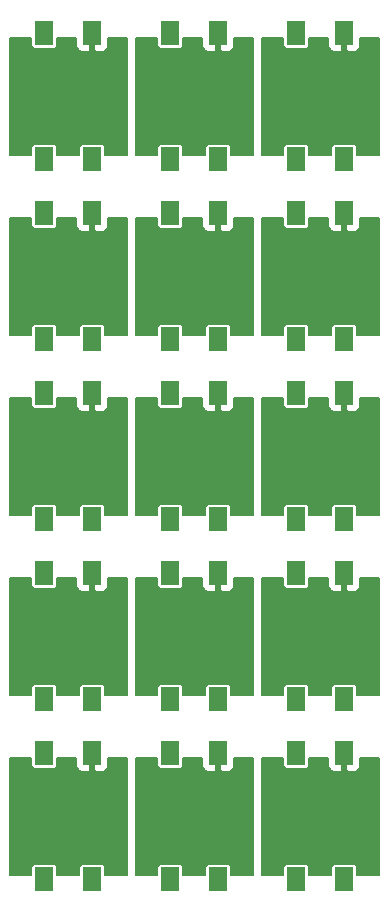
<source format=gbr>
G04 #@! TF.FileFunction,Copper,L2,Bot,Signal*
%FSLAX46Y46*%
G04 Gerber Fmt 4.6, Leading zero omitted, Abs format (unit mm)*
G04 Created by KiCad (PCBNEW no-vcs-found-product) date Qui 14 Abr 2016 10:23:32 BRT*
%MOMM*%
G01*
G04 APERTURE LIST*
%ADD10C,0.100000*%
%ADD11R,1.524000X2.000000*%
%ADD12C,0.762000*%
%ADD13C,0.254000*%
%ADD14C,0.152400*%
G04 APERTURE END LIST*
D10*
D11*
X74676000Y-110236000D03*
X78740000Y-110236000D03*
X74676000Y-99568000D03*
X78740000Y-99568000D03*
X68072000Y-99568000D03*
X68072000Y-110236000D03*
X57404000Y-110236000D03*
X64008000Y-110236000D03*
X53340000Y-110236000D03*
X57404000Y-99568000D03*
X64008000Y-99568000D03*
X53340000Y-99568000D03*
X57404000Y-94996000D03*
X57404000Y-79756000D03*
X57404000Y-64516000D03*
X53340000Y-94996000D03*
X53340000Y-79756000D03*
X53340000Y-64516000D03*
X57404000Y-84328000D03*
X57404000Y-69088000D03*
X57404000Y-53848000D03*
X53340000Y-84328000D03*
X53340000Y-69088000D03*
X53340000Y-53848000D03*
X78740000Y-94996000D03*
X78740000Y-79756000D03*
X78740000Y-64516000D03*
X74676000Y-94996000D03*
X74676000Y-79756000D03*
X74676000Y-64516000D03*
X78740000Y-84328000D03*
X78740000Y-69088000D03*
X78740000Y-53848000D03*
X74676000Y-84328000D03*
X74676000Y-69088000D03*
X74676000Y-53848000D03*
X68072000Y-94996000D03*
X68072000Y-79756000D03*
X68072000Y-64516000D03*
X64008000Y-94996000D03*
X64008000Y-79756000D03*
X64008000Y-64516000D03*
X64008000Y-84328000D03*
X64008000Y-69088000D03*
X64008000Y-53848000D03*
X68072000Y-84328000D03*
X68072000Y-69088000D03*
X68072000Y-53848000D03*
X78740000Y-38608000D03*
X68072000Y-38608000D03*
X74676000Y-49276000D03*
X64008000Y-49276000D03*
X74676000Y-38608000D03*
X64008000Y-38608000D03*
X78740000Y-49276000D03*
X68072000Y-49276000D03*
X57404000Y-49276000D03*
X53340000Y-38608000D03*
X53340000Y-49276000D03*
X57404000Y-38608000D03*
D12*
X55372000Y-108204000D03*
X66040000Y-108204000D03*
X62230000Y-108204000D03*
X51562000Y-108204000D03*
X72898000Y-108204000D03*
X76708000Y-108204000D03*
X76708000Y-92964000D03*
X76708000Y-77724000D03*
X76708000Y-62484000D03*
X51562000Y-92964000D03*
X51562000Y-77724000D03*
X51562000Y-62484000D03*
X55372000Y-92964000D03*
X55372000Y-77724000D03*
X55372000Y-62484000D03*
X72898000Y-92964000D03*
X72898000Y-77724000D03*
X72898000Y-62484000D03*
X66040000Y-92964000D03*
X66040000Y-77724000D03*
X66040000Y-62484000D03*
X62230000Y-92964000D03*
X62230000Y-77724000D03*
X62230000Y-62484000D03*
X76708000Y-47244000D03*
X66040000Y-47244000D03*
X72898000Y-47244000D03*
X62230000Y-47244000D03*
X51562000Y-47244000D03*
X55372000Y-47244000D03*
D13*
X57404000Y-99568000D02*
X57404000Y-106172000D01*
X55372000Y-108204000D02*
X51562000Y-108204000D01*
X57404000Y-106172000D02*
X55372000Y-108204000D01*
X78740000Y-99568000D02*
X78740000Y-106172000D01*
X68072000Y-99568000D02*
X68072000Y-106172000D01*
X68072000Y-106172000D02*
X66040000Y-108204000D01*
X66040000Y-108204000D02*
X62230000Y-108204000D01*
X76708000Y-108204000D02*
X72898000Y-108204000D01*
X78740000Y-106172000D02*
X76708000Y-108204000D01*
X66040000Y-92964000D02*
X62230000Y-92964000D01*
X66040000Y-77724000D02*
X62230000Y-77724000D01*
X66040000Y-62484000D02*
X62230000Y-62484000D01*
X57404000Y-90932000D02*
X55372000Y-92964000D01*
X57404000Y-75692000D02*
X55372000Y-77724000D01*
X57404000Y-60452000D02*
X55372000Y-62484000D01*
X55372000Y-92964000D02*
X51562000Y-92964000D01*
X55372000Y-77724000D02*
X51562000Y-77724000D01*
X55372000Y-62484000D02*
X51562000Y-62484000D01*
X57404000Y-84328000D02*
X57404000Y-90932000D01*
X57404000Y-69088000D02*
X57404000Y-75692000D01*
X57404000Y-53848000D02*
X57404000Y-60452000D01*
X68072000Y-84328000D02*
X68072000Y-90932000D01*
X68072000Y-69088000D02*
X68072000Y-75692000D01*
X68072000Y-53848000D02*
X68072000Y-60452000D01*
X68072000Y-90932000D02*
X66040000Y-92964000D01*
X68072000Y-75692000D02*
X66040000Y-77724000D01*
X68072000Y-60452000D02*
X66040000Y-62484000D01*
X78740000Y-84328000D02*
X78740000Y-90932000D01*
X78740000Y-69088000D02*
X78740000Y-75692000D01*
X78740000Y-53848000D02*
X78740000Y-60452000D01*
X76708000Y-92964000D02*
X72898000Y-92964000D01*
X76708000Y-77724000D02*
X72898000Y-77724000D01*
X76708000Y-62484000D02*
X72898000Y-62484000D01*
X78740000Y-90932000D02*
X76708000Y-92964000D01*
X78740000Y-75692000D02*
X76708000Y-77724000D01*
X78740000Y-60452000D02*
X76708000Y-62484000D01*
X78740000Y-45212000D02*
X76708000Y-47244000D01*
X68072000Y-45212000D02*
X66040000Y-47244000D01*
X76708000Y-47244000D02*
X72898000Y-47244000D01*
X66040000Y-47244000D02*
X62230000Y-47244000D01*
X78740000Y-38608000D02*
X78740000Y-45212000D01*
X68072000Y-38608000D02*
X68072000Y-45212000D01*
X55372000Y-47244000D02*
X51562000Y-47244000D01*
X57404000Y-38608000D02*
X57404000Y-45212000D01*
X57404000Y-45212000D02*
X55372000Y-47244000D01*
D14*
G36*
X52241331Y-39608000D02*
X52264356Y-39730365D01*
X52336673Y-39842749D01*
X52447017Y-39918144D01*
X52578000Y-39944669D01*
X54102000Y-39944669D01*
X54224365Y-39921644D01*
X54336749Y-39849327D01*
X54412144Y-39738983D01*
X54438669Y-39608000D01*
X54438669Y-39013200D01*
X56057800Y-39013200D01*
X56057800Y-39724204D01*
X56146739Y-39938922D01*
X56311077Y-40103261D01*
X56525795Y-40192200D01*
X57080150Y-40192200D01*
X57226200Y-40046150D01*
X57226200Y-39013200D01*
X57581800Y-39013200D01*
X57581800Y-40046150D01*
X57727850Y-40192200D01*
X58282205Y-40192200D01*
X58496923Y-40103261D01*
X58661261Y-39938922D01*
X58750200Y-39724204D01*
X58750200Y-39013200D01*
X60300800Y-39013200D01*
X60300800Y-48870800D01*
X58502669Y-48870800D01*
X58502669Y-48276000D01*
X58479644Y-48153635D01*
X58407327Y-48041251D01*
X58296983Y-47965856D01*
X58166000Y-47939331D01*
X56642000Y-47939331D01*
X56519635Y-47962356D01*
X56407251Y-48034673D01*
X56331856Y-48145017D01*
X56305331Y-48276000D01*
X56305331Y-48870800D01*
X54438669Y-48870800D01*
X54438669Y-48276000D01*
X54415644Y-48153635D01*
X54343327Y-48041251D01*
X54232983Y-47965856D01*
X54102000Y-47939331D01*
X52578000Y-47939331D01*
X52455635Y-47962356D01*
X52343251Y-48034673D01*
X52267856Y-48145017D01*
X52241331Y-48276000D01*
X52241331Y-48870800D01*
X50443200Y-48870800D01*
X50443200Y-39013200D01*
X52241331Y-39013200D01*
X52241331Y-39608000D01*
X52241331Y-39608000D01*
G37*
X52241331Y-39608000D02*
X52264356Y-39730365D01*
X52336673Y-39842749D01*
X52447017Y-39918144D01*
X52578000Y-39944669D01*
X54102000Y-39944669D01*
X54224365Y-39921644D01*
X54336749Y-39849327D01*
X54412144Y-39738983D01*
X54438669Y-39608000D01*
X54438669Y-39013200D01*
X56057800Y-39013200D01*
X56057800Y-39724204D01*
X56146739Y-39938922D01*
X56311077Y-40103261D01*
X56525795Y-40192200D01*
X57080150Y-40192200D01*
X57226200Y-40046150D01*
X57226200Y-39013200D01*
X57581800Y-39013200D01*
X57581800Y-40046150D01*
X57727850Y-40192200D01*
X58282205Y-40192200D01*
X58496923Y-40103261D01*
X58661261Y-39938922D01*
X58750200Y-39724204D01*
X58750200Y-39013200D01*
X60300800Y-39013200D01*
X60300800Y-48870800D01*
X58502669Y-48870800D01*
X58502669Y-48276000D01*
X58479644Y-48153635D01*
X58407327Y-48041251D01*
X58296983Y-47965856D01*
X58166000Y-47939331D01*
X56642000Y-47939331D01*
X56519635Y-47962356D01*
X56407251Y-48034673D01*
X56331856Y-48145017D01*
X56305331Y-48276000D01*
X56305331Y-48870800D01*
X54438669Y-48870800D01*
X54438669Y-48276000D01*
X54415644Y-48153635D01*
X54343327Y-48041251D01*
X54232983Y-47965856D01*
X54102000Y-47939331D01*
X52578000Y-47939331D01*
X52455635Y-47962356D01*
X52343251Y-48034673D01*
X52267856Y-48145017D01*
X52241331Y-48276000D01*
X52241331Y-48870800D01*
X50443200Y-48870800D01*
X50443200Y-39013200D01*
X52241331Y-39013200D01*
X52241331Y-39608000D01*
G36*
X62909331Y-39608000D02*
X62932356Y-39730365D01*
X63004673Y-39842749D01*
X63115017Y-39918144D01*
X63246000Y-39944669D01*
X64770000Y-39944669D01*
X64892365Y-39921644D01*
X65004749Y-39849327D01*
X65080144Y-39738983D01*
X65106669Y-39608000D01*
X65106669Y-39013200D01*
X66725800Y-39013200D01*
X66725800Y-39724204D01*
X66814739Y-39938922D01*
X66979077Y-40103261D01*
X67193795Y-40192200D01*
X67748150Y-40192200D01*
X67894200Y-40046150D01*
X67894200Y-39013200D01*
X68249800Y-39013200D01*
X68249800Y-40046150D01*
X68395850Y-40192200D01*
X68950205Y-40192200D01*
X69164923Y-40103261D01*
X69329261Y-39938922D01*
X69418200Y-39724204D01*
X69418200Y-39013200D01*
X70968800Y-39013200D01*
X70968800Y-48870800D01*
X69170669Y-48870800D01*
X69170669Y-48276000D01*
X69147644Y-48153635D01*
X69075327Y-48041251D01*
X68964983Y-47965856D01*
X68834000Y-47939331D01*
X67310000Y-47939331D01*
X67187635Y-47962356D01*
X67075251Y-48034673D01*
X66999856Y-48145017D01*
X66973331Y-48276000D01*
X66973331Y-48870800D01*
X65106669Y-48870800D01*
X65106669Y-48276000D01*
X65083644Y-48153635D01*
X65011327Y-48041251D01*
X64900983Y-47965856D01*
X64770000Y-47939331D01*
X63246000Y-47939331D01*
X63123635Y-47962356D01*
X63011251Y-48034673D01*
X62935856Y-48145017D01*
X62909331Y-48276000D01*
X62909331Y-48870800D01*
X61111200Y-48870800D01*
X61111200Y-39013200D01*
X62909331Y-39013200D01*
X62909331Y-39608000D01*
X62909331Y-39608000D01*
G37*
X62909331Y-39608000D02*
X62932356Y-39730365D01*
X63004673Y-39842749D01*
X63115017Y-39918144D01*
X63246000Y-39944669D01*
X64770000Y-39944669D01*
X64892365Y-39921644D01*
X65004749Y-39849327D01*
X65080144Y-39738983D01*
X65106669Y-39608000D01*
X65106669Y-39013200D01*
X66725800Y-39013200D01*
X66725800Y-39724204D01*
X66814739Y-39938922D01*
X66979077Y-40103261D01*
X67193795Y-40192200D01*
X67748150Y-40192200D01*
X67894200Y-40046150D01*
X67894200Y-39013200D01*
X68249800Y-39013200D01*
X68249800Y-40046150D01*
X68395850Y-40192200D01*
X68950205Y-40192200D01*
X69164923Y-40103261D01*
X69329261Y-39938922D01*
X69418200Y-39724204D01*
X69418200Y-39013200D01*
X70968800Y-39013200D01*
X70968800Y-48870800D01*
X69170669Y-48870800D01*
X69170669Y-48276000D01*
X69147644Y-48153635D01*
X69075327Y-48041251D01*
X68964983Y-47965856D01*
X68834000Y-47939331D01*
X67310000Y-47939331D01*
X67187635Y-47962356D01*
X67075251Y-48034673D01*
X66999856Y-48145017D01*
X66973331Y-48276000D01*
X66973331Y-48870800D01*
X65106669Y-48870800D01*
X65106669Y-48276000D01*
X65083644Y-48153635D01*
X65011327Y-48041251D01*
X64900983Y-47965856D01*
X64770000Y-47939331D01*
X63246000Y-47939331D01*
X63123635Y-47962356D01*
X63011251Y-48034673D01*
X62935856Y-48145017D01*
X62909331Y-48276000D01*
X62909331Y-48870800D01*
X61111200Y-48870800D01*
X61111200Y-39013200D01*
X62909331Y-39013200D01*
X62909331Y-39608000D01*
G36*
X73577331Y-39608000D02*
X73600356Y-39730365D01*
X73672673Y-39842749D01*
X73783017Y-39918144D01*
X73914000Y-39944669D01*
X75438000Y-39944669D01*
X75560365Y-39921644D01*
X75672749Y-39849327D01*
X75748144Y-39738983D01*
X75774669Y-39608000D01*
X75774669Y-39013200D01*
X77393800Y-39013200D01*
X77393800Y-39724204D01*
X77482739Y-39938922D01*
X77647077Y-40103261D01*
X77861795Y-40192200D01*
X78416150Y-40192200D01*
X78562200Y-40046150D01*
X78562200Y-39013200D01*
X78917800Y-39013200D01*
X78917800Y-40046150D01*
X79063850Y-40192200D01*
X79618205Y-40192200D01*
X79832923Y-40103261D01*
X79997261Y-39938922D01*
X80086200Y-39724204D01*
X80086200Y-39013200D01*
X81636800Y-39013200D01*
X81636800Y-48870800D01*
X79838669Y-48870800D01*
X79838669Y-48276000D01*
X79815644Y-48153635D01*
X79743327Y-48041251D01*
X79632983Y-47965856D01*
X79502000Y-47939331D01*
X77978000Y-47939331D01*
X77855635Y-47962356D01*
X77743251Y-48034673D01*
X77667856Y-48145017D01*
X77641331Y-48276000D01*
X77641331Y-48870800D01*
X75774669Y-48870800D01*
X75774669Y-48276000D01*
X75751644Y-48153635D01*
X75679327Y-48041251D01*
X75568983Y-47965856D01*
X75438000Y-47939331D01*
X73914000Y-47939331D01*
X73791635Y-47962356D01*
X73679251Y-48034673D01*
X73603856Y-48145017D01*
X73577331Y-48276000D01*
X73577331Y-48870800D01*
X71779200Y-48870800D01*
X71779200Y-39013200D01*
X73577331Y-39013200D01*
X73577331Y-39608000D01*
X73577331Y-39608000D01*
G37*
X73577331Y-39608000D02*
X73600356Y-39730365D01*
X73672673Y-39842749D01*
X73783017Y-39918144D01*
X73914000Y-39944669D01*
X75438000Y-39944669D01*
X75560365Y-39921644D01*
X75672749Y-39849327D01*
X75748144Y-39738983D01*
X75774669Y-39608000D01*
X75774669Y-39013200D01*
X77393800Y-39013200D01*
X77393800Y-39724204D01*
X77482739Y-39938922D01*
X77647077Y-40103261D01*
X77861795Y-40192200D01*
X78416150Y-40192200D01*
X78562200Y-40046150D01*
X78562200Y-39013200D01*
X78917800Y-39013200D01*
X78917800Y-40046150D01*
X79063850Y-40192200D01*
X79618205Y-40192200D01*
X79832923Y-40103261D01*
X79997261Y-39938922D01*
X80086200Y-39724204D01*
X80086200Y-39013200D01*
X81636800Y-39013200D01*
X81636800Y-48870800D01*
X79838669Y-48870800D01*
X79838669Y-48276000D01*
X79815644Y-48153635D01*
X79743327Y-48041251D01*
X79632983Y-47965856D01*
X79502000Y-47939331D01*
X77978000Y-47939331D01*
X77855635Y-47962356D01*
X77743251Y-48034673D01*
X77667856Y-48145017D01*
X77641331Y-48276000D01*
X77641331Y-48870800D01*
X75774669Y-48870800D01*
X75774669Y-48276000D01*
X75751644Y-48153635D01*
X75679327Y-48041251D01*
X75568983Y-47965856D01*
X75438000Y-47939331D01*
X73914000Y-47939331D01*
X73791635Y-47962356D01*
X73679251Y-48034673D01*
X73603856Y-48145017D01*
X73577331Y-48276000D01*
X73577331Y-48870800D01*
X71779200Y-48870800D01*
X71779200Y-39013200D01*
X73577331Y-39013200D01*
X73577331Y-39608000D01*
G36*
X73577331Y-54848000D02*
X73600356Y-54970365D01*
X73672673Y-55082749D01*
X73783017Y-55158144D01*
X73914000Y-55184669D01*
X75438000Y-55184669D01*
X75560365Y-55161644D01*
X75672749Y-55089327D01*
X75748144Y-54978983D01*
X75774669Y-54848000D01*
X75774669Y-54253200D01*
X77393800Y-54253200D01*
X77393800Y-54964204D01*
X77482739Y-55178922D01*
X77647077Y-55343261D01*
X77861795Y-55432200D01*
X78416150Y-55432200D01*
X78562200Y-55286150D01*
X78562200Y-54253200D01*
X78917800Y-54253200D01*
X78917800Y-55286150D01*
X79063850Y-55432200D01*
X79618205Y-55432200D01*
X79832923Y-55343261D01*
X79997261Y-55178922D01*
X80086200Y-54964204D01*
X80086200Y-54253200D01*
X81636800Y-54253200D01*
X81636800Y-64110800D01*
X79838669Y-64110800D01*
X79838669Y-63516000D01*
X79815644Y-63393635D01*
X79743327Y-63281251D01*
X79632983Y-63205856D01*
X79502000Y-63179331D01*
X77978000Y-63179331D01*
X77855635Y-63202356D01*
X77743251Y-63274673D01*
X77667856Y-63385017D01*
X77641331Y-63516000D01*
X77641331Y-64110800D01*
X75774669Y-64110800D01*
X75774669Y-63516000D01*
X75751644Y-63393635D01*
X75679327Y-63281251D01*
X75568983Y-63205856D01*
X75438000Y-63179331D01*
X73914000Y-63179331D01*
X73791635Y-63202356D01*
X73679251Y-63274673D01*
X73603856Y-63385017D01*
X73577331Y-63516000D01*
X73577331Y-64110800D01*
X71779200Y-64110800D01*
X71779200Y-54253200D01*
X73577331Y-54253200D01*
X73577331Y-54848000D01*
X73577331Y-54848000D01*
G37*
X73577331Y-54848000D02*
X73600356Y-54970365D01*
X73672673Y-55082749D01*
X73783017Y-55158144D01*
X73914000Y-55184669D01*
X75438000Y-55184669D01*
X75560365Y-55161644D01*
X75672749Y-55089327D01*
X75748144Y-54978983D01*
X75774669Y-54848000D01*
X75774669Y-54253200D01*
X77393800Y-54253200D01*
X77393800Y-54964204D01*
X77482739Y-55178922D01*
X77647077Y-55343261D01*
X77861795Y-55432200D01*
X78416150Y-55432200D01*
X78562200Y-55286150D01*
X78562200Y-54253200D01*
X78917800Y-54253200D01*
X78917800Y-55286150D01*
X79063850Y-55432200D01*
X79618205Y-55432200D01*
X79832923Y-55343261D01*
X79997261Y-55178922D01*
X80086200Y-54964204D01*
X80086200Y-54253200D01*
X81636800Y-54253200D01*
X81636800Y-64110800D01*
X79838669Y-64110800D01*
X79838669Y-63516000D01*
X79815644Y-63393635D01*
X79743327Y-63281251D01*
X79632983Y-63205856D01*
X79502000Y-63179331D01*
X77978000Y-63179331D01*
X77855635Y-63202356D01*
X77743251Y-63274673D01*
X77667856Y-63385017D01*
X77641331Y-63516000D01*
X77641331Y-64110800D01*
X75774669Y-64110800D01*
X75774669Y-63516000D01*
X75751644Y-63393635D01*
X75679327Y-63281251D01*
X75568983Y-63205856D01*
X75438000Y-63179331D01*
X73914000Y-63179331D01*
X73791635Y-63202356D01*
X73679251Y-63274673D01*
X73603856Y-63385017D01*
X73577331Y-63516000D01*
X73577331Y-64110800D01*
X71779200Y-64110800D01*
X71779200Y-54253200D01*
X73577331Y-54253200D01*
X73577331Y-54848000D01*
G36*
X73577331Y-70088000D02*
X73600356Y-70210365D01*
X73672673Y-70322749D01*
X73783017Y-70398144D01*
X73914000Y-70424669D01*
X75438000Y-70424669D01*
X75560365Y-70401644D01*
X75672749Y-70329327D01*
X75748144Y-70218983D01*
X75774669Y-70088000D01*
X75774669Y-69493200D01*
X77393800Y-69493200D01*
X77393800Y-70204204D01*
X77482739Y-70418922D01*
X77647077Y-70583261D01*
X77861795Y-70672200D01*
X78416150Y-70672200D01*
X78562200Y-70526150D01*
X78562200Y-69493200D01*
X78917800Y-69493200D01*
X78917800Y-70526150D01*
X79063850Y-70672200D01*
X79618205Y-70672200D01*
X79832923Y-70583261D01*
X79997261Y-70418922D01*
X80086200Y-70204204D01*
X80086200Y-69493200D01*
X81636800Y-69493200D01*
X81636800Y-79350800D01*
X79838669Y-79350800D01*
X79838669Y-78756000D01*
X79815644Y-78633635D01*
X79743327Y-78521251D01*
X79632983Y-78445856D01*
X79502000Y-78419331D01*
X77978000Y-78419331D01*
X77855635Y-78442356D01*
X77743251Y-78514673D01*
X77667856Y-78625017D01*
X77641331Y-78756000D01*
X77641331Y-79350800D01*
X75774669Y-79350800D01*
X75774669Y-78756000D01*
X75751644Y-78633635D01*
X75679327Y-78521251D01*
X75568983Y-78445856D01*
X75438000Y-78419331D01*
X73914000Y-78419331D01*
X73791635Y-78442356D01*
X73679251Y-78514673D01*
X73603856Y-78625017D01*
X73577331Y-78756000D01*
X73577331Y-79350800D01*
X71779200Y-79350800D01*
X71779200Y-69493200D01*
X73577331Y-69493200D01*
X73577331Y-70088000D01*
X73577331Y-70088000D01*
G37*
X73577331Y-70088000D02*
X73600356Y-70210365D01*
X73672673Y-70322749D01*
X73783017Y-70398144D01*
X73914000Y-70424669D01*
X75438000Y-70424669D01*
X75560365Y-70401644D01*
X75672749Y-70329327D01*
X75748144Y-70218983D01*
X75774669Y-70088000D01*
X75774669Y-69493200D01*
X77393800Y-69493200D01*
X77393800Y-70204204D01*
X77482739Y-70418922D01*
X77647077Y-70583261D01*
X77861795Y-70672200D01*
X78416150Y-70672200D01*
X78562200Y-70526150D01*
X78562200Y-69493200D01*
X78917800Y-69493200D01*
X78917800Y-70526150D01*
X79063850Y-70672200D01*
X79618205Y-70672200D01*
X79832923Y-70583261D01*
X79997261Y-70418922D01*
X80086200Y-70204204D01*
X80086200Y-69493200D01*
X81636800Y-69493200D01*
X81636800Y-79350800D01*
X79838669Y-79350800D01*
X79838669Y-78756000D01*
X79815644Y-78633635D01*
X79743327Y-78521251D01*
X79632983Y-78445856D01*
X79502000Y-78419331D01*
X77978000Y-78419331D01*
X77855635Y-78442356D01*
X77743251Y-78514673D01*
X77667856Y-78625017D01*
X77641331Y-78756000D01*
X77641331Y-79350800D01*
X75774669Y-79350800D01*
X75774669Y-78756000D01*
X75751644Y-78633635D01*
X75679327Y-78521251D01*
X75568983Y-78445856D01*
X75438000Y-78419331D01*
X73914000Y-78419331D01*
X73791635Y-78442356D01*
X73679251Y-78514673D01*
X73603856Y-78625017D01*
X73577331Y-78756000D01*
X73577331Y-79350800D01*
X71779200Y-79350800D01*
X71779200Y-69493200D01*
X73577331Y-69493200D01*
X73577331Y-70088000D01*
G36*
X73577331Y-85328000D02*
X73600356Y-85450365D01*
X73672673Y-85562749D01*
X73783017Y-85638144D01*
X73914000Y-85664669D01*
X75438000Y-85664669D01*
X75560365Y-85641644D01*
X75672749Y-85569327D01*
X75748144Y-85458983D01*
X75774669Y-85328000D01*
X75774669Y-84733200D01*
X77393800Y-84733200D01*
X77393800Y-85444204D01*
X77482739Y-85658922D01*
X77647077Y-85823261D01*
X77861795Y-85912200D01*
X78416150Y-85912200D01*
X78562200Y-85766150D01*
X78562200Y-84733200D01*
X78917800Y-84733200D01*
X78917800Y-85766150D01*
X79063850Y-85912200D01*
X79618205Y-85912200D01*
X79832923Y-85823261D01*
X79997261Y-85658922D01*
X80086200Y-85444204D01*
X80086200Y-84733200D01*
X81636800Y-84733200D01*
X81636800Y-94590800D01*
X79838669Y-94590800D01*
X79838669Y-93996000D01*
X79815644Y-93873635D01*
X79743327Y-93761251D01*
X79632983Y-93685856D01*
X79502000Y-93659331D01*
X77978000Y-93659331D01*
X77855635Y-93682356D01*
X77743251Y-93754673D01*
X77667856Y-93865017D01*
X77641331Y-93996000D01*
X77641331Y-94590800D01*
X75774669Y-94590800D01*
X75774669Y-93996000D01*
X75751644Y-93873635D01*
X75679327Y-93761251D01*
X75568983Y-93685856D01*
X75438000Y-93659331D01*
X73914000Y-93659331D01*
X73791635Y-93682356D01*
X73679251Y-93754673D01*
X73603856Y-93865017D01*
X73577331Y-93996000D01*
X73577331Y-94590800D01*
X71779200Y-94590800D01*
X71779200Y-84733200D01*
X73577331Y-84733200D01*
X73577331Y-85328000D01*
X73577331Y-85328000D01*
G37*
X73577331Y-85328000D02*
X73600356Y-85450365D01*
X73672673Y-85562749D01*
X73783017Y-85638144D01*
X73914000Y-85664669D01*
X75438000Y-85664669D01*
X75560365Y-85641644D01*
X75672749Y-85569327D01*
X75748144Y-85458983D01*
X75774669Y-85328000D01*
X75774669Y-84733200D01*
X77393800Y-84733200D01*
X77393800Y-85444204D01*
X77482739Y-85658922D01*
X77647077Y-85823261D01*
X77861795Y-85912200D01*
X78416150Y-85912200D01*
X78562200Y-85766150D01*
X78562200Y-84733200D01*
X78917800Y-84733200D01*
X78917800Y-85766150D01*
X79063850Y-85912200D01*
X79618205Y-85912200D01*
X79832923Y-85823261D01*
X79997261Y-85658922D01*
X80086200Y-85444204D01*
X80086200Y-84733200D01*
X81636800Y-84733200D01*
X81636800Y-94590800D01*
X79838669Y-94590800D01*
X79838669Y-93996000D01*
X79815644Y-93873635D01*
X79743327Y-93761251D01*
X79632983Y-93685856D01*
X79502000Y-93659331D01*
X77978000Y-93659331D01*
X77855635Y-93682356D01*
X77743251Y-93754673D01*
X77667856Y-93865017D01*
X77641331Y-93996000D01*
X77641331Y-94590800D01*
X75774669Y-94590800D01*
X75774669Y-93996000D01*
X75751644Y-93873635D01*
X75679327Y-93761251D01*
X75568983Y-93685856D01*
X75438000Y-93659331D01*
X73914000Y-93659331D01*
X73791635Y-93682356D01*
X73679251Y-93754673D01*
X73603856Y-93865017D01*
X73577331Y-93996000D01*
X73577331Y-94590800D01*
X71779200Y-94590800D01*
X71779200Y-84733200D01*
X73577331Y-84733200D01*
X73577331Y-85328000D01*
G36*
X62909331Y-54848000D02*
X62932356Y-54970365D01*
X63004673Y-55082749D01*
X63115017Y-55158144D01*
X63246000Y-55184669D01*
X64770000Y-55184669D01*
X64892365Y-55161644D01*
X65004749Y-55089327D01*
X65080144Y-54978983D01*
X65106669Y-54848000D01*
X65106669Y-54253200D01*
X66725800Y-54253200D01*
X66725800Y-54964204D01*
X66814739Y-55178922D01*
X66979077Y-55343261D01*
X67193795Y-55432200D01*
X67748150Y-55432200D01*
X67894200Y-55286150D01*
X67894200Y-54253200D01*
X68249800Y-54253200D01*
X68249800Y-55286150D01*
X68395850Y-55432200D01*
X68950205Y-55432200D01*
X69164923Y-55343261D01*
X69329261Y-55178922D01*
X69418200Y-54964204D01*
X69418200Y-54253200D01*
X70968800Y-54253200D01*
X70968800Y-64110800D01*
X69170669Y-64110800D01*
X69170669Y-63516000D01*
X69147644Y-63393635D01*
X69075327Y-63281251D01*
X68964983Y-63205856D01*
X68834000Y-63179331D01*
X67310000Y-63179331D01*
X67187635Y-63202356D01*
X67075251Y-63274673D01*
X66999856Y-63385017D01*
X66973331Y-63516000D01*
X66973331Y-64110800D01*
X65106669Y-64110800D01*
X65106669Y-63516000D01*
X65083644Y-63393635D01*
X65011327Y-63281251D01*
X64900983Y-63205856D01*
X64770000Y-63179331D01*
X63246000Y-63179331D01*
X63123635Y-63202356D01*
X63011251Y-63274673D01*
X62935856Y-63385017D01*
X62909331Y-63516000D01*
X62909331Y-64110800D01*
X61111200Y-64110800D01*
X61111200Y-54253200D01*
X62909331Y-54253200D01*
X62909331Y-54848000D01*
X62909331Y-54848000D01*
G37*
X62909331Y-54848000D02*
X62932356Y-54970365D01*
X63004673Y-55082749D01*
X63115017Y-55158144D01*
X63246000Y-55184669D01*
X64770000Y-55184669D01*
X64892365Y-55161644D01*
X65004749Y-55089327D01*
X65080144Y-54978983D01*
X65106669Y-54848000D01*
X65106669Y-54253200D01*
X66725800Y-54253200D01*
X66725800Y-54964204D01*
X66814739Y-55178922D01*
X66979077Y-55343261D01*
X67193795Y-55432200D01*
X67748150Y-55432200D01*
X67894200Y-55286150D01*
X67894200Y-54253200D01*
X68249800Y-54253200D01*
X68249800Y-55286150D01*
X68395850Y-55432200D01*
X68950205Y-55432200D01*
X69164923Y-55343261D01*
X69329261Y-55178922D01*
X69418200Y-54964204D01*
X69418200Y-54253200D01*
X70968800Y-54253200D01*
X70968800Y-64110800D01*
X69170669Y-64110800D01*
X69170669Y-63516000D01*
X69147644Y-63393635D01*
X69075327Y-63281251D01*
X68964983Y-63205856D01*
X68834000Y-63179331D01*
X67310000Y-63179331D01*
X67187635Y-63202356D01*
X67075251Y-63274673D01*
X66999856Y-63385017D01*
X66973331Y-63516000D01*
X66973331Y-64110800D01*
X65106669Y-64110800D01*
X65106669Y-63516000D01*
X65083644Y-63393635D01*
X65011327Y-63281251D01*
X64900983Y-63205856D01*
X64770000Y-63179331D01*
X63246000Y-63179331D01*
X63123635Y-63202356D01*
X63011251Y-63274673D01*
X62935856Y-63385017D01*
X62909331Y-63516000D01*
X62909331Y-64110800D01*
X61111200Y-64110800D01*
X61111200Y-54253200D01*
X62909331Y-54253200D01*
X62909331Y-54848000D01*
G36*
X62909331Y-70088000D02*
X62932356Y-70210365D01*
X63004673Y-70322749D01*
X63115017Y-70398144D01*
X63246000Y-70424669D01*
X64770000Y-70424669D01*
X64892365Y-70401644D01*
X65004749Y-70329327D01*
X65080144Y-70218983D01*
X65106669Y-70088000D01*
X65106669Y-69493200D01*
X66725800Y-69493200D01*
X66725800Y-70204204D01*
X66814739Y-70418922D01*
X66979077Y-70583261D01*
X67193795Y-70672200D01*
X67748150Y-70672200D01*
X67894200Y-70526150D01*
X67894200Y-69493200D01*
X68249800Y-69493200D01*
X68249800Y-70526150D01*
X68395850Y-70672200D01*
X68950205Y-70672200D01*
X69164923Y-70583261D01*
X69329261Y-70418922D01*
X69418200Y-70204204D01*
X69418200Y-69493200D01*
X70968800Y-69493200D01*
X70968800Y-79350800D01*
X69170669Y-79350800D01*
X69170669Y-78756000D01*
X69147644Y-78633635D01*
X69075327Y-78521251D01*
X68964983Y-78445856D01*
X68834000Y-78419331D01*
X67310000Y-78419331D01*
X67187635Y-78442356D01*
X67075251Y-78514673D01*
X66999856Y-78625017D01*
X66973331Y-78756000D01*
X66973331Y-79350800D01*
X65106669Y-79350800D01*
X65106669Y-78756000D01*
X65083644Y-78633635D01*
X65011327Y-78521251D01*
X64900983Y-78445856D01*
X64770000Y-78419331D01*
X63246000Y-78419331D01*
X63123635Y-78442356D01*
X63011251Y-78514673D01*
X62935856Y-78625017D01*
X62909331Y-78756000D01*
X62909331Y-79350800D01*
X61111200Y-79350800D01*
X61111200Y-69493200D01*
X62909331Y-69493200D01*
X62909331Y-70088000D01*
X62909331Y-70088000D01*
G37*
X62909331Y-70088000D02*
X62932356Y-70210365D01*
X63004673Y-70322749D01*
X63115017Y-70398144D01*
X63246000Y-70424669D01*
X64770000Y-70424669D01*
X64892365Y-70401644D01*
X65004749Y-70329327D01*
X65080144Y-70218983D01*
X65106669Y-70088000D01*
X65106669Y-69493200D01*
X66725800Y-69493200D01*
X66725800Y-70204204D01*
X66814739Y-70418922D01*
X66979077Y-70583261D01*
X67193795Y-70672200D01*
X67748150Y-70672200D01*
X67894200Y-70526150D01*
X67894200Y-69493200D01*
X68249800Y-69493200D01*
X68249800Y-70526150D01*
X68395850Y-70672200D01*
X68950205Y-70672200D01*
X69164923Y-70583261D01*
X69329261Y-70418922D01*
X69418200Y-70204204D01*
X69418200Y-69493200D01*
X70968800Y-69493200D01*
X70968800Y-79350800D01*
X69170669Y-79350800D01*
X69170669Y-78756000D01*
X69147644Y-78633635D01*
X69075327Y-78521251D01*
X68964983Y-78445856D01*
X68834000Y-78419331D01*
X67310000Y-78419331D01*
X67187635Y-78442356D01*
X67075251Y-78514673D01*
X66999856Y-78625017D01*
X66973331Y-78756000D01*
X66973331Y-79350800D01*
X65106669Y-79350800D01*
X65106669Y-78756000D01*
X65083644Y-78633635D01*
X65011327Y-78521251D01*
X64900983Y-78445856D01*
X64770000Y-78419331D01*
X63246000Y-78419331D01*
X63123635Y-78442356D01*
X63011251Y-78514673D01*
X62935856Y-78625017D01*
X62909331Y-78756000D01*
X62909331Y-79350800D01*
X61111200Y-79350800D01*
X61111200Y-69493200D01*
X62909331Y-69493200D01*
X62909331Y-70088000D01*
G36*
X62909331Y-85328000D02*
X62932356Y-85450365D01*
X63004673Y-85562749D01*
X63115017Y-85638144D01*
X63246000Y-85664669D01*
X64770000Y-85664669D01*
X64892365Y-85641644D01*
X65004749Y-85569327D01*
X65080144Y-85458983D01*
X65106669Y-85328000D01*
X65106669Y-84733200D01*
X66725800Y-84733200D01*
X66725800Y-85444204D01*
X66814739Y-85658922D01*
X66979077Y-85823261D01*
X67193795Y-85912200D01*
X67748150Y-85912200D01*
X67894200Y-85766150D01*
X67894200Y-84733200D01*
X68249800Y-84733200D01*
X68249800Y-85766150D01*
X68395850Y-85912200D01*
X68950205Y-85912200D01*
X69164923Y-85823261D01*
X69329261Y-85658922D01*
X69418200Y-85444204D01*
X69418200Y-84733200D01*
X70968800Y-84733200D01*
X70968800Y-94590800D01*
X69170669Y-94590800D01*
X69170669Y-93996000D01*
X69147644Y-93873635D01*
X69075327Y-93761251D01*
X68964983Y-93685856D01*
X68834000Y-93659331D01*
X67310000Y-93659331D01*
X67187635Y-93682356D01*
X67075251Y-93754673D01*
X66999856Y-93865017D01*
X66973331Y-93996000D01*
X66973331Y-94590800D01*
X65106669Y-94590800D01*
X65106669Y-93996000D01*
X65083644Y-93873635D01*
X65011327Y-93761251D01*
X64900983Y-93685856D01*
X64770000Y-93659331D01*
X63246000Y-93659331D01*
X63123635Y-93682356D01*
X63011251Y-93754673D01*
X62935856Y-93865017D01*
X62909331Y-93996000D01*
X62909331Y-94590800D01*
X61111200Y-94590800D01*
X61111200Y-84733200D01*
X62909331Y-84733200D01*
X62909331Y-85328000D01*
X62909331Y-85328000D01*
G37*
X62909331Y-85328000D02*
X62932356Y-85450365D01*
X63004673Y-85562749D01*
X63115017Y-85638144D01*
X63246000Y-85664669D01*
X64770000Y-85664669D01*
X64892365Y-85641644D01*
X65004749Y-85569327D01*
X65080144Y-85458983D01*
X65106669Y-85328000D01*
X65106669Y-84733200D01*
X66725800Y-84733200D01*
X66725800Y-85444204D01*
X66814739Y-85658922D01*
X66979077Y-85823261D01*
X67193795Y-85912200D01*
X67748150Y-85912200D01*
X67894200Y-85766150D01*
X67894200Y-84733200D01*
X68249800Y-84733200D01*
X68249800Y-85766150D01*
X68395850Y-85912200D01*
X68950205Y-85912200D01*
X69164923Y-85823261D01*
X69329261Y-85658922D01*
X69418200Y-85444204D01*
X69418200Y-84733200D01*
X70968800Y-84733200D01*
X70968800Y-94590800D01*
X69170669Y-94590800D01*
X69170669Y-93996000D01*
X69147644Y-93873635D01*
X69075327Y-93761251D01*
X68964983Y-93685856D01*
X68834000Y-93659331D01*
X67310000Y-93659331D01*
X67187635Y-93682356D01*
X67075251Y-93754673D01*
X66999856Y-93865017D01*
X66973331Y-93996000D01*
X66973331Y-94590800D01*
X65106669Y-94590800D01*
X65106669Y-93996000D01*
X65083644Y-93873635D01*
X65011327Y-93761251D01*
X64900983Y-93685856D01*
X64770000Y-93659331D01*
X63246000Y-93659331D01*
X63123635Y-93682356D01*
X63011251Y-93754673D01*
X62935856Y-93865017D01*
X62909331Y-93996000D01*
X62909331Y-94590800D01*
X61111200Y-94590800D01*
X61111200Y-84733200D01*
X62909331Y-84733200D01*
X62909331Y-85328000D01*
G36*
X52241331Y-54848000D02*
X52264356Y-54970365D01*
X52336673Y-55082749D01*
X52447017Y-55158144D01*
X52578000Y-55184669D01*
X54102000Y-55184669D01*
X54224365Y-55161644D01*
X54336749Y-55089327D01*
X54412144Y-54978983D01*
X54438669Y-54848000D01*
X54438669Y-54253200D01*
X56057800Y-54253200D01*
X56057800Y-54964204D01*
X56146739Y-55178922D01*
X56311077Y-55343261D01*
X56525795Y-55432200D01*
X57080150Y-55432200D01*
X57226200Y-55286150D01*
X57226200Y-54253200D01*
X57581800Y-54253200D01*
X57581800Y-55286150D01*
X57727850Y-55432200D01*
X58282205Y-55432200D01*
X58496923Y-55343261D01*
X58661261Y-55178922D01*
X58750200Y-54964204D01*
X58750200Y-54253200D01*
X60300800Y-54253200D01*
X60300800Y-64110800D01*
X58502669Y-64110800D01*
X58502669Y-63516000D01*
X58479644Y-63393635D01*
X58407327Y-63281251D01*
X58296983Y-63205856D01*
X58166000Y-63179331D01*
X56642000Y-63179331D01*
X56519635Y-63202356D01*
X56407251Y-63274673D01*
X56331856Y-63385017D01*
X56305331Y-63516000D01*
X56305331Y-64110800D01*
X54438669Y-64110800D01*
X54438669Y-63516000D01*
X54415644Y-63393635D01*
X54343327Y-63281251D01*
X54232983Y-63205856D01*
X54102000Y-63179331D01*
X52578000Y-63179331D01*
X52455635Y-63202356D01*
X52343251Y-63274673D01*
X52267856Y-63385017D01*
X52241331Y-63516000D01*
X52241331Y-64110800D01*
X50443200Y-64110800D01*
X50443200Y-54253200D01*
X52241331Y-54253200D01*
X52241331Y-54848000D01*
X52241331Y-54848000D01*
G37*
X52241331Y-54848000D02*
X52264356Y-54970365D01*
X52336673Y-55082749D01*
X52447017Y-55158144D01*
X52578000Y-55184669D01*
X54102000Y-55184669D01*
X54224365Y-55161644D01*
X54336749Y-55089327D01*
X54412144Y-54978983D01*
X54438669Y-54848000D01*
X54438669Y-54253200D01*
X56057800Y-54253200D01*
X56057800Y-54964204D01*
X56146739Y-55178922D01*
X56311077Y-55343261D01*
X56525795Y-55432200D01*
X57080150Y-55432200D01*
X57226200Y-55286150D01*
X57226200Y-54253200D01*
X57581800Y-54253200D01*
X57581800Y-55286150D01*
X57727850Y-55432200D01*
X58282205Y-55432200D01*
X58496923Y-55343261D01*
X58661261Y-55178922D01*
X58750200Y-54964204D01*
X58750200Y-54253200D01*
X60300800Y-54253200D01*
X60300800Y-64110800D01*
X58502669Y-64110800D01*
X58502669Y-63516000D01*
X58479644Y-63393635D01*
X58407327Y-63281251D01*
X58296983Y-63205856D01*
X58166000Y-63179331D01*
X56642000Y-63179331D01*
X56519635Y-63202356D01*
X56407251Y-63274673D01*
X56331856Y-63385017D01*
X56305331Y-63516000D01*
X56305331Y-64110800D01*
X54438669Y-64110800D01*
X54438669Y-63516000D01*
X54415644Y-63393635D01*
X54343327Y-63281251D01*
X54232983Y-63205856D01*
X54102000Y-63179331D01*
X52578000Y-63179331D01*
X52455635Y-63202356D01*
X52343251Y-63274673D01*
X52267856Y-63385017D01*
X52241331Y-63516000D01*
X52241331Y-64110800D01*
X50443200Y-64110800D01*
X50443200Y-54253200D01*
X52241331Y-54253200D01*
X52241331Y-54848000D01*
G36*
X52241331Y-70088000D02*
X52264356Y-70210365D01*
X52336673Y-70322749D01*
X52447017Y-70398144D01*
X52578000Y-70424669D01*
X54102000Y-70424669D01*
X54224365Y-70401644D01*
X54336749Y-70329327D01*
X54412144Y-70218983D01*
X54438669Y-70088000D01*
X54438669Y-69493200D01*
X56057800Y-69493200D01*
X56057800Y-70204204D01*
X56146739Y-70418922D01*
X56311077Y-70583261D01*
X56525795Y-70672200D01*
X57080150Y-70672200D01*
X57226200Y-70526150D01*
X57226200Y-69493200D01*
X57581800Y-69493200D01*
X57581800Y-70526150D01*
X57727850Y-70672200D01*
X58282205Y-70672200D01*
X58496923Y-70583261D01*
X58661261Y-70418922D01*
X58750200Y-70204204D01*
X58750200Y-69493200D01*
X60300800Y-69493200D01*
X60300800Y-79350800D01*
X58502669Y-79350800D01*
X58502669Y-78756000D01*
X58479644Y-78633635D01*
X58407327Y-78521251D01*
X58296983Y-78445856D01*
X58166000Y-78419331D01*
X56642000Y-78419331D01*
X56519635Y-78442356D01*
X56407251Y-78514673D01*
X56331856Y-78625017D01*
X56305331Y-78756000D01*
X56305331Y-79350800D01*
X54438669Y-79350800D01*
X54438669Y-78756000D01*
X54415644Y-78633635D01*
X54343327Y-78521251D01*
X54232983Y-78445856D01*
X54102000Y-78419331D01*
X52578000Y-78419331D01*
X52455635Y-78442356D01*
X52343251Y-78514673D01*
X52267856Y-78625017D01*
X52241331Y-78756000D01*
X52241331Y-79350800D01*
X50443200Y-79350800D01*
X50443200Y-69493200D01*
X52241331Y-69493200D01*
X52241331Y-70088000D01*
X52241331Y-70088000D01*
G37*
X52241331Y-70088000D02*
X52264356Y-70210365D01*
X52336673Y-70322749D01*
X52447017Y-70398144D01*
X52578000Y-70424669D01*
X54102000Y-70424669D01*
X54224365Y-70401644D01*
X54336749Y-70329327D01*
X54412144Y-70218983D01*
X54438669Y-70088000D01*
X54438669Y-69493200D01*
X56057800Y-69493200D01*
X56057800Y-70204204D01*
X56146739Y-70418922D01*
X56311077Y-70583261D01*
X56525795Y-70672200D01*
X57080150Y-70672200D01*
X57226200Y-70526150D01*
X57226200Y-69493200D01*
X57581800Y-69493200D01*
X57581800Y-70526150D01*
X57727850Y-70672200D01*
X58282205Y-70672200D01*
X58496923Y-70583261D01*
X58661261Y-70418922D01*
X58750200Y-70204204D01*
X58750200Y-69493200D01*
X60300800Y-69493200D01*
X60300800Y-79350800D01*
X58502669Y-79350800D01*
X58502669Y-78756000D01*
X58479644Y-78633635D01*
X58407327Y-78521251D01*
X58296983Y-78445856D01*
X58166000Y-78419331D01*
X56642000Y-78419331D01*
X56519635Y-78442356D01*
X56407251Y-78514673D01*
X56331856Y-78625017D01*
X56305331Y-78756000D01*
X56305331Y-79350800D01*
X54438669Y-79350800D01*
X54438669Y-78756000D01*
X54415644Y-78633635D01*
X54343327Y-78521251D01*
X54232983Y-78445856D01*
X54102000Y-78419331D01*
X52578000Y-78419331D01*
X52455635Y-78442356D01*
X52343251Y-78514673D01*
X52267856Y-78625017D01*
X52241331Y-78756000D01*
X52241331Y-79350800D01*
X50443200Y-79350800D01*
X50443200Y-69493200D01*
X52241331Y-69493200D01*
X52241331Y-70088000D01*
G36*
X52241331Y-85328000D02*
X52264356Y-85450365D01*
X52336673Y-85562749D01*
X52447017Y-85638144D01*
X52578000Y-85664669D01*
X54102000Y-85664669D01*
X54224365Y-85641644D01*
X54336749Y-85569327D01*
X54412144Y-85458983D01*
X54438669Y-85328000D01*
X54438669Y-84733200D01*
X56057800Y-84733200D01*
X56057800Y-85444204D01*
X56146739Y-85658922D01*
X56311077Y-85823261D01*
X56525795Y-85912200D01*
X57080150Y-85912200D01*
X57226200Y-85766150D01*
X57226200Y-84733200D01*
X57581800Y-84733200D01*
X57581800Y-85766150D01*
X57727850Y-85912200D01*
X58282205Y-85912200D01*
X58496923Y-85823261D01*
X58661261Y-85658922D01*
X58750200Y-85444204D01*
X58750200Y-84733200D01*
X60300800Y-84733200D01*
X60300800Y-94590800D01*
X58502669Y-94590800D01*
X58502669Y-93996000D01*
X58479644Y-93873635D01*
X58407327Y-93761251D01*
X58296983Y-93685856D01*
X58166000Y-93659331D01*
X56642000Y-93659331D01*
X56519635Y-93682356D01*
X56407251Y-93754673D01*
X56331856Y-93865017D01*
X56305331Y-93996000D01*
X56305331Y-94590800D01*
X54438669Y-94590800D01*
X54438669Y-93996000D01*
X54415644Y-93873635D01*
X54343327Y-93761251D01*
X54232983Y-93685856D01*
X54102000Y-93659331D01*
X52578000Y-93659331D01*
X52455635Y-93682356D01*
X52343251Y-93754673D01*
X52267856Y-93865017D01*
X52241331Y-93996000D01*
X52241331Y-94590800D01*
X50443200Y-94590800D01*
X50443200Y-84733200D01*
X52241331Y-84733200D01*
X52241331Y-85328000D01*
X52241331Y-85328000D01*
G37*
X52241331Y-85328000D02*
X52264356Y-85450365D01*
X52336673Y-85562749D01*
X52447017Y-85638144D01*
X52578000Y-85664669D01*
X54102000Y-85664669D01*
X54224365Y-85641644D01*
X54336749Y-85569327D01*
X54412144Y-85458983D01*
X54438669Y-85328000D01*
X54438669Y-84733200D01*
X56057800Y-84733200D01*
X56057800Y-85444204D01*
X56146739Y-85658922D01*
X56311077Y-85823261D01*
X56525795Y-85912200D01*
X57080150Y-85912200D01*
X57226200Y-85766150D01*
X57226200Y-84733200D01*
X57581800Y-84733200D01*
X57581800Y-85766150D01*
X57727850Y-85912200D01*
X58282205Y-85912200D01*
X58496923Y-85823261D01*
X58661261Y-85658922D01*
X58750200Y-85444204D01*
X58750200Y-84733200D01*
X60300800Y-84733200D01*
X60300800Y-94590800D01*
X58502669Y-94590800D01*
X58502669Y-93996000D01*
X58479644Y-93873635D01*
X58407327Y-93761251D01*
X58296983Y-93685856D01*
X58166000Y-93659331D01*
X56642000Y-93659331D01*
X56519635Y-93682356D01*
X56407251Y-93754673D01*
X56331856Y-93865017D01*
X56305331Y-93996000D01*
X56305331Y-94590800D01*
X54438669Y-94590800D01*
X54438669Y-93996000D01*
X54415644Y-93873635D01*
X54343327Y-93761251D01*
X54232983Y-93685856D01*
X54102000Y-93659331D01*
X52578000Y-93659331D01*
X52455635Y-93682356D01*
X52343251Y-93754673D01*
X52267856Y-93865017D01*
X52241331Y-93996000D01*
X52241331Y-94590800D01*
X50443200Y-94590800D01*
X50443200Y-84733200D01*
X52241331Y-84733200D01*
X52241331Y-85328000D01*
G36*
X62909331Y-100568000D02*
X62932356Y-100690365D01*
X63004673Y-100802749D01*
X63115017Y-100878144D01*
X63246000Y-100904669D01*
X64770000Y-100904669D01*
X64892365Y-100881644D01*
X65004749Y-100809327D01*
X65080144Y-100698983D01*
X65106669Y-100568000D01*
X65106669Y-99973200D01*
X66725800Y-99973200D01*
X66725800Y-100684204D01*
X66814739Y-100898922D01*
X66979077Y-101063261D01*
X67193795Y-101152200D01*
X67748150Y-101152200D01*
X67894200Y-101006150D01*
X67894200Y-99973200D01*
X68249800Y-99973200D01*
X68249800Y-101006150D01*
X68395850Y-101152200D01*
X68950205Y-101152200D01*
X69164923Y-101063261D01*
X69329261Y-100898922D01*
X69418200Y-100684204D01*
X69418200Y-99973200D01*
X70968800Y-99973200D01*
X70968800Y-109830800D01*
X69170669Y-109830800D01*
X69170669Y-109236000D01*
X69147644Y-109113635D01*
X69075327Y-109001251D01*
X68964983Y-108925856D01*
X68834000Y-108899331D01*
X67310000Y-108899331D01*
X67187635Y-108922356D01*
X67075251Y-108994673D01*
X66999856Y-109105017D01*
X66973331Y-109236000D01*
X66973331Y-109830800D01*
X65106669Y-109830800D01*
X65106669Y-109236000D01*
X65083644Y-109113635D01*
X65011327Y-109001251D01*
X64900983Y-108925856D01*
X64770000Y-108899331D01*
X63246000Y-108899331D01*
X63123635Y-108922356D01*
X63011251Y-108994673D01*
X62935856Y-109105017D01*
X62909331Y-109236000D01*
X62909331Y-109830800D01*
X61111200Y-109830800D01*
X61111200Y-99973200D01*
X62909331Y-99973200D01*
X62909331Y-100568000D01*
X62909331Y-100568000D01*
G37*
X62909331Y-100568000D02*
X62932356Y-100690365D01*
X63004673Y-100802749D01*
X63115017Y-100878144D01*
X63246000Y-100904669D01*
X64770000Y-100904669D01*
X64892365Y-100881644D01*
X65004749Y-100809327D01*
X65080144Y-100698983D01*
X65106669Y-100568000D01*
X65106669Y-99973200D01*
X66725800Y-99973200D01*
X66725800Y-100684204D01*
X66814739Y-100898922D01*
X66979077Y-101063261D01*
X67193795Y-101152200D01*
X67748150Y-101152200D01*
X67894200Y-101006150D01*
X67894200Y-99973200D01*
X68249800Y-99973200D01*
X68249800Y-101006150D01*
X68395850Y-101152200D01*
X68950205Y-101152200D01*
X69164923Y-101063261D01*
X69329261Y-100898922D01*
X69418200Y-100684204D01*
X69418200Y-99973200D01*
X70968800Y-99973200D01*
X70968800Y-109830800D01*
X69170669Y-109830800D01*
X69170669Y-109236000D01*
X69147644Y-109113635D01*
X69075327Y-109001251D01*
X68964983Y-108925856D01*
X68834000Y-108899331D01*
X67310000Y-108899331D01*
X67187635Y-108922356D01*
X67075251Y-108994673D01*
X66999856Y-109105017D01*
X66973331Y-109236000D01*
X66973331Y-109830800D01*
X65106669Y-109830800D01*
X65106669Y-109236000D01*
X65083644Y-109113635D01*
X65011327Y-109001251D01*
X64900983Y-108925856D01*
X64770000Y-108899331D01*
X63246000Y-108899331D01*
X63123635Y-108922356D01*
X63011251Y-108994673D01*
X62935856Y-109105017D01*
X62909331Y-109236000D01*
X62909331Y-109830800D01*
X61111200Y-109830800D01*
X61111200Y-99973200D01*
X62909331Y-99973200D01*
X62909331Y-100568000D01*
G36*
X73577331Y-100568000D02*
X73600356Y-100690365D01*
X73672673Y-100802749D01*
X73783017Y-100878144D01*
X73914000Y-100904669D01*
X75438000Y-100904669D01*
X75560365Y-100881644D01*
X75672749Y-100809327D01*
X75748144Y-100698983D01*
X75774669Y-100568000D01*
X75774669Y-99973200D01*
X77393800Y-99973200D01*
X77393800Y-100684204D01*
X77482739Y-100898922D01*
X77647077Y-101063261D01*
X77861795Y-101152200D01*
X78416150Y-101152200D01*
X78562200Y-101006150D01*
X78562200Y-99973200D01*
X78917800Y-99973200D01*
X78917800Y-101006150D01*
X79063850Y-101152200D01*
X79618205Y-101152200D01*
X79832923Y-101063261D01*
X79997261Y-100898922D01*
X80086200Y-100684204D01*
X80086200Y-99973200D01*
X81636800Y-99973200D01*
X81636800Y-109830800D01*
X79838669Y-109830800D01*
X79838669Y-109236000D01*
X79815644Y-109113635D01*
X79743327Y-109001251D01*
X79632983Y-108925856D01*
X79502000Y-108899331D01*
X77978000Y-108899331D01*
X77855635Y-108922356D01*
X77743251Y-108994673D01*
X77667856Y-109105017D01*
X77641331Y-109236000D01*
X77641331Y-109830800D01*
X75774669Y-109830800D01*
X75774669Y-109236000D01*
X75751644Y-109113635D01*
X75679327Y-109001251D01*
X75568983Y-108925856D01*
X75438000Y-108899331D01*
X73914000Y-108899331D01*
X73791635Y-108922356D01*
X73679251Y-108994673D01*
X73603856Y-109105017D01*
X73577331Y-109236000D01*
X73577331Y-109830800D01*
X71779200Y-109830800D01*
X71779200Y-99973200D01*
X73577331Y-99973200D01*
X73577331Y-100568000D01*
X73577331Y-100568000D01*
G37*
X73577331Y-100568000D02*
X73600356Y-100690365D01*
X73672673Y-100802749D01*
X73783017Y-100878144D01*
X73914000Y-100904669D01*
X75438000Y-100904669D01*
X75560365Y-100881644D01*
X75672749Y-100809327D01*
X75748144Y-100698983D01*
X75774669Y-100568000D01*
X75774669Y-99973200D01*
X77393800Y-99973200D01*
X77393800Y-100684204D01*
X77482739Y-100898922D01*
X77647077Y-101063261D01*
X77861795Y-101152200D01*
X78416150Y-101152200D01*
X78562200Y-101006150D01*
X78562200Y-99973200D01*
X78917800Y-99973200D01*
X78917800Y-101006150D01*
X79063850Y-101152200D01*
X79618205Y-101152200D01*
X79832923Y-101063261D01*
X79997261Y-100898922D01*
X80086200Y-100684204D01*
X80086200Y-99973200D01*
X81636800Y-99973200D01*
X81636800Y-109830800D01*
X79838669Y-109830800D01*
X79838669Y-109236000D01*
X79815644Y-109113635D01*
X79743327Y-109001251D01*
X79632983Y-108925856D01*
X79502000Y-108899331D01*
X77978000Y-108899331D01*
X77855635Y-108922356D01*
X77743251Y-108994673D01*
X77667856Y-109105017D01*
X77641331Y-109236000D01*
X77641331Y-109830800D01*
X75774669Y-109830800D01*
X75774669Y-109236000D01*
X75751644Y-109113635D01*
X75679327Y-109001251D01*
X75568983Y-108925856D01*
X75438000Y-108899331D01*
X73914000Y-108899331D01*
X73791635Y-108922356D01*
X73679251Y-108994673D01*
X73603856Y-109105017D01*
X73577331Y-109236000D01*
X73577331Y-109830800D01*
X71779200Y-109830800D01*
X71779200Y-99973200D01*
X73577331Y-99973200D01*
X73577331Y-100568000D01*
G36*
X52241331Y-100568000D02*
X52264356Y-100690365D01*
X52336673Y-100802749D01*
X52447017Y-100878144D01*
X52578000Y-100904669D01*
X54102000Y-100904669D01*
X54224365Y-100881644D01*
X54336749Y-100809327D01*
X54412144Y-100698983D01*
X54438669Y-100568000D01*
X54438669Y-99973200D01*
X56057800Y-99973200D01*
X56057800Y-100684204D01*
X56146739Y-100898922D01*
X56311077Y-101063261D01*
X56525795Y-101152200D01*
X57080150Y-101152200D01*
X57226200Y-101006150D01*
X57226200Y-99973200D01*
X57581800Y-99973200D01*
X57581800Y-101006150D01*
X57727850Y-101152200D01*
X58282205Y-101152200D01*
X58496923Y-101063261D01*
X58661261Y-100898922D01*
X58750200Y-100684204D01*
X58750200Y-99973200D01*
X60300800Y-99973200D01*
X60300800Y-109830800D01*
X58502669Y-109830800D01*
X58502669Y-109236000D01*
X58479644Y-109113635D01*
X58407327Y-109001251D01*
X58296983Y-108925856D01*
X58166000Y-108899331D01*
X56642000Y-108899331D01*
X56519635Y-108922356D01*
X56407251Y-108994673D01*
X56331856Y-109105017D01*
X56305331Y-109236000D01*
X56305331Y-109830800D01*
X54438669Y-109830800D01*
X54438669Y-109236000D01*
X54415644Y-109113635D01*
X54343327Y-109001251D01*
X54232983Y-108925856D01*
X54102000Y-108899331D01*
X52578000Y-108899331D01*
X52455635Y-108922356D01*
X52343251Y-108994673D01*
X52267856Y-109105017D01*
X52241331Y-109236000D01*
X52241331Y-109830800D01*
X50443200Y-109830800D01*
X50443200Y-99973200D01*
X52241331Y-99973200D01*
X52241331Y-100568000D01*
X52241331Y-100568000D01*
G37*
X52241331Y-100568000D02*
X52264356Y-100690365D01*
X52336673Y-100802749D01*
X52447017Y-100878144D01*
X52578000Y-100904669D01*
X54102000Y-100904669D01*
X54224365Y-100881644D01*
X54336749Y-100809327D01*
X54412144Y-100698983D01*
X54438669Y-100568000D01*
X54438669Y-99973200D01*
X56057800Y-99973200D01*
X56057800Y-100684204D01*
X56146739Y-100898922D01*
X56311077Y-101063261D01*
X56525795Y-101152200D01*
X57080150Y-101152200D01*
X57226200Y-101006150D01*
X57226200Y-99973200D01*
X57581800Y-99973200D01*
X57581800Y-101006150D01*
X57727850Y-101152200D01*
X58282205Y-101152200D01*
X58496923Y-101063261D01*
X58661261Y-100898922D01*
X58750200Y-100684204D01*
X58750200Y-99973200D01*
X60300800Y-99973200D01*
X60300800Y-109830800D01*
X58502669Y-109830800D01*
X58502669Y-109236000D01*
X58479644Y-109113635D01*
X58407327Y-109001251D01*
X58296983Y-108925856D01*
X58166000Y-108899331D01*
X56642000Y-108899331D01*
X56519635Y-108922356D01*
X56407251Y-108994673D01*
X56331856Y-109105017D01*
X56305331Y-109236000D01*
X56305331Y-109830800D01*
X54438669Y-109830800D01*
X54438669Y-109236000D01*
X54415644Y-109113635D01*
X54343327Y-109001251D01*
X54232983Y-108925856D01*
X54102000Y-108899331D01*
X52578000Y-108899331D01*
X52455635Y-108922356D01*
X52343251Y-108994673D01*
X52267856Y-109105017D01*
X52241331Y-109236000D01*
X52241331Y-109830800D01*
X50443200Y-109830800D01*
X50443200Y-99973200D01*
X52241331Y-99973200D01*
X52241331Y-100568000D01*
M02*

</source>
